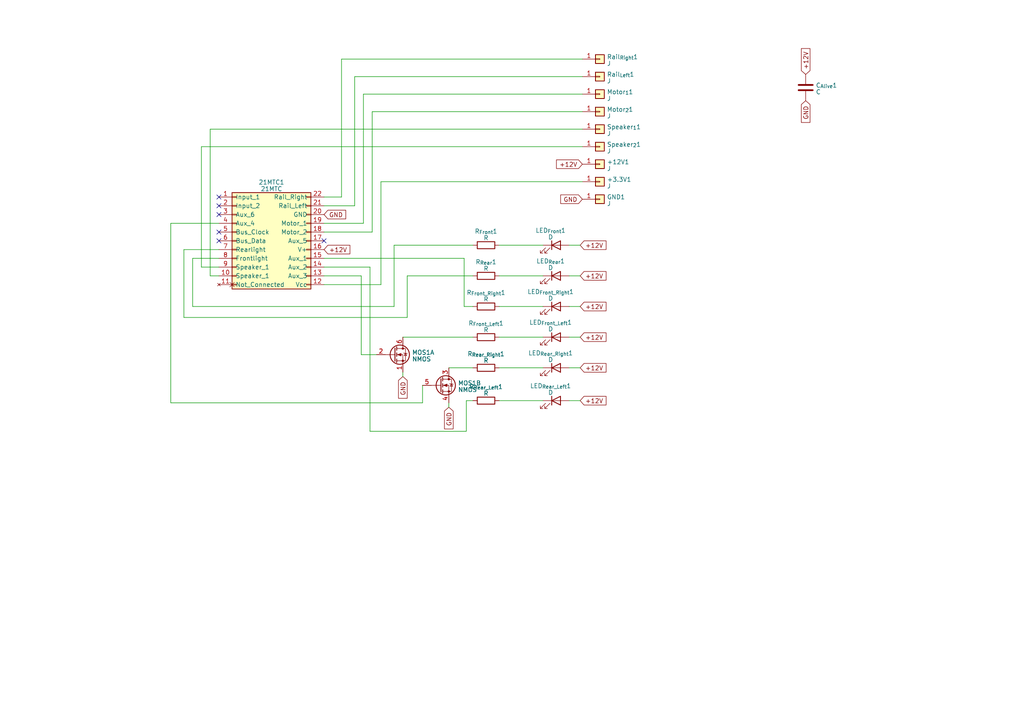
<source format=kicad_sch>
(kicad_sch (version 20230121) (generator eeschema)

  (uuid c9e0287e-0b07-4219-92d3-bfc6081ec238)

  (paper "A4")

  (lib_symbols
    (symbol "Connector_Generic:Conn_01x01" (pin_names (offset 1.016) hide) (in_bom yes) (on_board yes)
      (property "Reference" "J" (at 0 2.54 0)
        (effects (font (size 1.27 1.27)))
      )
      (property "Value" "Conn_01x01" (at 0 -2.54 0)
        (effects (font (size 1.27 1.27)))
      )
      (property "Footprint" "" (at 0 0 0)
        (effects (font (size 1.27 1.27)) hide)
      )
      (property "Datasheet" "~" (at 0 0 0)
        (effects (font (size 1.27 1.27)) hide)
      )
      (property "ki_keywords" "connector" (at 0 0 0)
        (effects (font (size 1.27 1.27)) hide)
      )
      (property "ki_description" "Generic connector, single row, 01x01, script generated (kicad-library-utils/schlib/autogen/connector/)" (at 0 0 0)
        (effects (font (size 1.27 1.27)) hide)
      )
      (property "ki_fp_filters" "Connector*:*_1x??_*" (at 0 0 0)
        (effects (font (size 1.27 1.27)) hide)
      )
      (symbol "Conn_01x01_1_1"
        (rectangle (start -1.27 0.127) (end 0 -0.127)
          (stroke (width 0.1524) (type default))
          (fill (type none))
        )
        (rectangle (start -1.27 1.27) (end 1.27 -1.27)
          (stroke (width 0.254) (type default))
          (fill (type background))
        )
        (pin passive line (at -5.08 0 0) (length 3.81)
          (name "Pin_1" (effects (font (size 1.27 1.27))))
          (number "1" (effects (font (size 1.27 1.27))))
        )
      )
    )
    (symbol "DCC:21MTC" (pin_names (offset 1.016)) (in_bom yes) (on_board yes)
      (property "Reference" "J1" (at 1.27 16.9799 0)
        (effects (font (size 1.27 1.27)))
      )
      (property "Value" "21MTC" (at 1.27 15.0589 0)
        (effects (font (size 1.27 1.27)))
      )
      (property "Footprint" "" (at -10.16 0 0)
        (effects (font (size 1.27 1.27)) hide)
      )
      (property "Datasheet" "~" (at -10.16 0 0)
        (effects (font (size 1.27 1.27)) hide)
      )
      (property "ki_keywords" "connector" (at 0 0 0)
        (effects (font (size 1.27 1.27)) hide)
      )
      (property "ki_description" "Generic connector, double row, 02x11, counter clockwise pin numbering scheme (similar to DIP package numbering), script generated (kicad-library-utils/schlib/autogen/connector/)" (at 0 0 0)
        (effects (font (size 1.27 1.27)) hide)
      )
      (property "ki_fp_filters" "Connector*:*_2x??_*" (at 0 0 0)
        (effects (font (size 1.27 1.27)) hide)
      )
      (symbol "21MTC_1_1"
        (rectangle (start -11.43 -12.573) (end -10.16 -12.827)
          (stroke (width 0.1524) (type default))
          (fill (type none))
        )
        (rectangle (start -11.43 -10.033) (end -10.16 -10.287)
          (stroke (width 0.1524) (type default))
          (fill (type none))
        )
        (rectangle (start -11.43 -7.493) (end -10.16 -7.747)
          (stroke (width 0.1524) (type default))
          (fill (type none))
        )
        (rectangle (start -11.43 -4.953) (end -10.16 -5.207)
          (stroke (width 0.1524) (type default))
          (fill (type none))
        )
        (rectangle (start -11.43 -2.413) (end -10.16 -2.667)
          (stroke (width 0.1524) (type default))
          (fill (type none))
        )
        (rectangle (start -11.43 0.127) (end -10.16 -0.127)
          (stroke (width 0.1524) (type default))
          (fill (type none))
        )
        (rectangle (start -11.43 2.667) (end -10.16 2.413)
          (stroke (width 0.1524) (type default))
          (fill (type none))
        )
        (rectangle (start -11.43 5.207) (end -10.16 4.953)
          (stroke (width 0.1524) (type default))
          (fill (type none))
        )
        (rectangle (start -11.43 7.747) (end -10.16 7.493)
          (stroke (width 0.1524) (type default))
          (fill (type none))
        )
        (rectangle (start -11.43 10.287) (end -10.16 10.033)
          (stroke (width 0.1524) (type default))
          (fill (type none))
        )
        (rectangle (start -11.43 12.827) (end -10.16 12.573)
          (stroke (width 0.1524) (type default))
          (fill (type none))
        )
        (rectangle (start -11.43 13.97) (end 11.43 -13.97)
          (stroke (width 0.254) (type default))
          (fill (type background))
        )
        (rectangle (start 10.16 -2.413) (end 11.43 -2.667)
          (stroke (width 0.1524) (type default))
          (fill (type none))
        )
        (rectangle (start 11.43 -12.573) (end 10.16 -12.827)
          (stroke (width 0.1524) (type default))
          (fill (type none))
        )
        (rectangle (start 11.43 -10.033) (end 10.16 -10.287)
          (stroke (width 0.1524) (type default))
          (fill (type none))
        )
        (rectangle (start 11.43 -7.493) (end 10.16 -7.747)
          (stroke (width 0.1524) (type default))
          (fill (type none))
        )
        (rectangle (start 11.43 -4.953) (end 10.16 -5.207)
          (stroke (width 0.1524) (type default))
          (fill (type none))
        )
        (rectangle (start 11.43 0.127) (end 10.16 -0.127)
          (stroke (width 0.1524) (type default))
          (fill (type none))
        )
        (rectangle (start 11.43 2.667) (end 10.16 2.413)
          (stroke (width 0.1524) (type default))
          (fill (type none))
        )
        (rectangle (start 11.43 5.207) (end 10.16 4.953)
          (stroke (width 0.1524) (type default))
          (fill (type none))
        )
        (rectangle (start 11.43 7.747) (end 10.16 7.493)
          (stroke (width 0.1524) (type default))
          (fill (type none))
        )
        (rectangle (start 11.43 10.287) (end 10.16 10.033)
          (stroke (width 0.1524) (type default))
          (fill (type none))
        )
        (rectangle (start 11.43 12.827) (end 10.16 12.573)
          (stroke (width 0.1524) (type default))
          (fill (type none))
        )
        (pin passive line (at -15.24 12.7 0) (length 3.81)
          (name "Input_1" (effects (font (size 1.27 1.27))))
          (number "1" (effects (font (size 1.27 1.27))))
        )
        (pin passive line (at -15.24 -10.16 0) (length 3.81)
          (name "Speaker_1" (effects (font (size 1.27 1.27))))
          (number "10" (effects (font (size 1.27 1.27))))
        )
        (pin no_connect non_logic (at -15.24 -12.7 0) (length 3.81)
          (name "Not_Connected" (effects (font (size 1.27 1.27))))
          (number "11" (effects (font (size 1.27 1.27))))
        )
        (pin passive line (at 15.24 -12.7 180) (length 3.81)
          (name "Vcc" (effects (font (size 1.27 1.27))))
          (number "12" (effects (font (size 1.27 1.27))))
        )
        (pin passive line (at 15.24 -10.16 180) (length 3.81)
          (name "Aux_3" (effects (font (size 1.27 1.27))))
          (number "13" (effects (font (size 1.27 1.27))))
        )
        (pin passive line (at 15.24 -7.62 180) (length 3.81)
          (name "Aux_2" (effects (font (size 1.27 1.27))))
          (number "14" (effects (font (size 1.27 1.27))))
        )
        (pin passive line (at 15.24 -5.08 180) (length 3.81)
          (name "Aux_1" (effects (font (size 1.27 1.27))))
          (number "15" (effects (font (size 1.27 1.27))))
        )
        (pin passive line (at 15.24 -2.54 180) (length 3.81)
          (name "V+" (effects (font (size 1.27 1.27))))
          (number "16" (effects (font (size 1.27 1.27))))
        )
        (pin passive line (at 15.24 0 180) (length 3.81)
          (name "Aux_5" (effects (font (size 1.27 1.27))))
          (number "17" (effects (font (size 1.27 1.27))))
        )
        (pin passive line (at 15.24 2.54 180) (length 3.81)
          (name "Motor_2" (effects (font (size 1.27 1.27))))
          (number "18" (effects (font (size 1.27 1.27))))
        )
        (pin passive line (at 15.24 5.08 180) (length 3.81)
          (name "Motor_1" (effects (font (size 1.27 1.27))))
          (number "19" (effects (font (size 1.27 1.27))))
        )
        (pin passive line (at -15.24 10.16 0) (length 3.81)
          (name "Input_2" (effects (font (size 1.27 1.27))))
          (number "2" (effects (font (size 1.27 1.27))))
        )
        (pin passive line (at 15.24 7.62 180) (length 3.81)
          (name "GND" (effects (font (size 1.27 1.27))))
          (number "20" (effects (font (size 1.27 1.27))))
        )
        (pin passive line (at 15.24 10.16 180) (length 3.81)
          (name "Rail_Left" (effects (font (size 1.27 1.27))))
          (number "21" (effects (font (size 1.27 1.27))))
        )
        (pin passive line (at 15.24 12.7 180) (length 3.81)
          (name "Rail_Right" (effects (font (size 1.27 1.27))))
          (number "22" (effects (font (size 1.27 1.27))))
        )
        (pin passive line (at -15.24 7.62 0) (length 3.81)
          (name "Aux_6" (effects (font (size 1.27 1.27))))
          (number "3" (effects (font (size 1.27 1.27))))
        )
        (pin passive line (at -15.24 5.08 0) (length 3.81)
          (name "Aux_4" (effects (font (size 1.27 1.27))))
          (number "4" (effects (font (size 1.27 1.27))))
        )
        (pin passive line (at -15.24 2.54 0) (length 3.81)
          (name "Bus_Clock" (effects (font (size 1.27 1.27))))
          (number "5" (effects (font (size 1.27 1.27))))
        )
        (pin passive line (at -15.24 0 0) (length 3.81)
          (name "Bus_Data" (effects (font (size 1.27 1.27))))
          (number "6" (effects (font (size 1.27 1.27))))
        )
        (pin passive line (at -15.24 -2.54 0) (length 3.81)
          (name "Rearlight" (effects (font (size 1.27 1.27))))
          (number "7" (effects (font (size 1.27 1.27))))
        )
        (pin passive line (at -15.24 -5.08 0) (length 3.81)
          (name "Frontlight" (effects (font (size 1.27 1.27))))
          (number "8" (effects (font (size 1.27 1.27))))
        )
        (pin passive line (at -15.24 -7.62 0) (length 3.81)
          (name "Speaker_1" (effects (font (size 1.27 1.27))))
          (number "9" (effects (font (size 1.27 1.27))))
        )
      )
    )
    (symbol "Device:C" (pin_numbers hide) (pin_names (offset 0.254)) (in_bom yes) (on_board yes)
      (property "Reference" "C" (at 0.635 2.54 0)
        (effects (font (size 1.27 1.27)) (justify left))
      )
      (property "Value" "C" (at 0.635 -2.54 0)
        (effects (font (size 1.27 1.27)) (justify left))
      )
      (property "Footprint" "" (at 0.9652 -3.81 0)
        (effects (font (size 1.27 1.27)) hide)
      )
      (property "Datasheet" "~" (at 0 0 0)
        (effects (font (size 1.27 1.27)) hide)
      )
      (property "ki_keywords" "cap capacitor" (at 0 0 0)
        (effects (font (size 1.27 1.27)) hide)
      )
      (property "ki_description" "Unpolarized capacitor" (at 0 0 0)
        (effects (font (size 1.27 1.27)) hide)
      )
      (property "ki_fp_filters" "C_*" (at 0 0 0)
        (effects (font (size 1.27 1.27)) hide)
      )
      (symbol "C_0_1"
        (polyline
          (pts
            (xy -2.032 -0.762)
            (xy 2.032 -0.762)
          )
          (stroke (width 0.508) (type default))
          (fill (type none))
        )
        (polyline
          (pts
            (xy -2.032 0.762)
            (xy 2.032 0.762)
          )
          (stroke (width 0.508) (type default))
          (fill (type none))
        )
      )
      (symbol "C_1_1"
        (pin passive line (at 0 3.81 270) (length 2.794)
          (name "~" (effects (font (size 1.27 1.27))))
          (number "1" (effects (font (size 1.27 1.27))))
        )
        (pin passive line (at 0 -3.81 90) (length 2.794)
          (name "~" (effects (font (size 1.27 1.27))))
          (number "2" (effects (font (size 1.27 1.27))))
        )
      )
    )
    (symbol "Device:LED" (pin_numbers hide) (pin_names (offset 1.016) hide) (in_bom yes) (on_board yes)
      (property "Reference" "D" (at 0 2.54 0)
        (effects (font (size 1.27 1.27)))
      )
      (property "Value" "LED" (at 0 -2.54 0)
        (effects (font (size 1.27 1.27)))
      )
      (property "Footprint" "" (at 0 0 0)
        (effects (font (size 1.27 1.27)) hide)
      )
      (property "Datasheet" "~" (at 0 0 0)
        (effects (font (size 1.27 1.27)) hide)
      )
      (property "ki_keywords" "LED diode" (at 0 0 0)
        (effects (font (size 1.27 1.27)) hide)
      )
      (property "ki_description" "Light emitting diode" (at 0 0 0)
        (effects (font (size 1.27 1.27)) hide)
      )
      (property "ki_fp_filters" "LED* LED_SMD:* LED_THT:*" (at 0 0 0)
        (effects (font (size 1.27 1.27)) hide)
      )
      (symbol "LED_0_1"
        (polyline
          (pts
            (xy -1.27 -1.27)
            (xy -1.27 1.27)
          )
          (stroke (width 0.254) (type default))
          (fill (type none))
        )
        (polyline
          (pts
            (xy -1.27 0)
            (xy 1.27 0)
          )
          (stroke (width 0) (type default))
          (fill (type none))
        )
        (polyline
          (pts
            (xy 1.27 -1.27)
            (xy 1.27 1.27)
            (xy -1.27 0)
            (xy 1.27 -1.27)
          )
          (stroke (width 0.254) (type default))
          (fill (type none))
        )
        (polyline
          (pts
            (xy -3.048 -0.762)
            (xy -4.572 -2.286)
            (xy -3.81 -2.286)
            (xy -4.572 -2.286)
            (xy -4.572 -1.524)
          )
          (stroke (width 0) (type default))
          (fill (type none))
        )
        (polyline
          (pts
            (xy -1.778 -0.762)
            (xy -3.302 -2.286)
            (xy -2.54 -2.286)
            (xy -3.302 -2.286)
            (xy -3.302 -1.524)
          )
          (stroke (width 0) (type default))
          (fill (type none))
        )
      )
      (symbol "LED_1_1"
        (pin passive line (at -3.81 0 0) (length 2.54)
          (name "K" (effects (font (size 1.27 1.27))))
          (number "1" (effects (font (size 1.27 1.27))))
        )
        (pin passive line (at 3.81 0 180) (length 2.54)
          (name "A" (effects (font (size 1.27 1.27))))
          (number "2" (effects (font (size 1.27 1.27))))
        )
      )
    )
    (symbol "Device:Q_Dual_NMOS_S1G1D2S2G2D1" (pin_names (offset 0) hide) (in_bom yes) (on_board yes)
      (property "Reference" "Q" (at 6.35 1.27 0)
        (effects (font (size 1.27 1.27)))
      )
      (property "Value" "Q_Dual_NMOS_S1G1D2S2G2D1" (at 19.05 -1.27 0)
        (effects (font (size 1.27 1.27)))
      )
      (property "Footprint" "" (at 5.08 0 0)
        (effects (font (size 1.27 1.27)) hide)
      )
      (property "Datasheet" "~" (at 5.08 0 0)
        (effects (font (size 1.27 1.27)) hide)
      )
      (property "ki_keywords" "transistor NMOS N-MOS N-MOSFET" (at 0 0 0)
        (effects (font (size 1.27 1.27)) hide)
      )
      (property "ki_description" "Dual NMOS transistor, 6 pin package" (at 0 0 0)
        (effects (font (size 1.27 1.27)) hide)
      )
      (property "ki_fp_filters" "TSOP* SC?70* SC?88* SOT?363*" (at 0 0 0)
        (effects (font (size 1.27 1.27)) hide)
      )
      (symbol "Q_Dual_NMOS_S1G1D2S2G2D1_0_1"
        (polyline
          (pts
            (xy 0.254 0)
            (xy -2.54 0)
          )
          (stroke (width 0) (type default))
          (fill (type none))
        )
        (polyline
          (pts
            (xy 0.254 1.905)
            (xy 0.254 -1.905)
          )
          (stroke (width 0.254) (type default))
          (fill (type none))
        )
        (polyline
          (pts
            (xy 0.762 -1.27)
            (xy 0.762 -2.286)
          )
          (stroke (width 0.254) (type default))
          (fill (type none))
        )
        (polyline
          (pts
            (xy 0.762 0.508)
            (xy 0.762 -0.508)
          )
          (stroke (width 0.254) (type default))
          (fill (type none))
        )
        (polyline
          (pts
            (xy 0.762 2.286)
            (xy 0.762 1.27)
          )
          (stroke (width 0.254) (type default))
          (fill (type none))
        )
        (polyline
          (pts
            (xy 2.54 2.54)
            (xy 2.54 1.778)
          )
          (stroke (width 0) (type default))
          (fill (type none))
        )
        (polyline
          (pts
            (xy 2.54 -2.54)
            (xy 2.54 0)
            (xy 0.762 0)
          )
          (stroke (width 0) (type default))
          (fill (type none))
        )
        (polyline
          (pts
            (xy 0.762 -1.778)
            (xy 3.302 -1.778)
            (xy 3.302 1.778)
            (xy 0.762 1.778)
          )
          (stroke (width 0) (type default))
          (fill (type none))
        )
        (polyline
          (pts
            (xy 1.016 0)
            (xy 2.032 0.381)
            (xy 2.032 -0.381)
            (xy 1.016 0)
          )
          (stroke (width 0) (type default))
          (fill (type outline))
        )
        (polyline
          (pts
            (xy 2.794 0.508)
            (xy 2.921 0.381)
            (xy 3.683 0.381)
            (xy 3.81 0.254)
          )
          (stroke (width 0) (type default))
          (fill (type none))
        )
        (polyline
          (pts
            (xy 3.302 0.381)
            (xy 2.921 -0.254)
            (xy 3.683 -0.254)
            (xy 3.302 0.381)
          )
          (stroke (width 0) (type default))
          (fill (type none))
        )
        (circle (center 1.651 0) (radius 2.794)
          (stroke (width 0.254) (type default))
          (fill (type none))
        )
        (circle (center 2.54 -1.778) (radius 0.254)
          (stroke (width 0) (type default))
          (fill (type outline))
        )
        (circle (center 2.54 1.778) (radius 0.254)
          (stroke (width 0) (type default))
          (fill (type outline))
        )
      )
      (symbol "Q_Dual_NMOS_S1G1D2S2G2D1_1_1"
        (pin passive line (at 2.54 -5.08 90) (length 2.54)
          (name "S" (effects (font (size 1.27 1.27))))
          (number "1" (effects (font (size 1.27 1.27))))
        )
        (pin input line (at -5.08 0 0) (length 2.54)
          (name "G" (effects (font (size 1.27 1.27))))
          (number "2" (effects (font (size 1.27 1.27))))
        )
        (pin passive line (at 2.54 5.08 270) (length 2.54)
          (name "D" (effects (font (size 1.27 1.27))))
          (number "6" (effects (font (size 1.27 1.27))))
        )
      )
      (symbol "Q_Dual_NMOS_S1G1D2S2G2D1_2_1"
        (pin passive line (at 2.54 5.08 270) (length 2.54)
          (name "D" (effects (font (size 1.27 1.27))))
          (number "3" (effects (font (size 1.27 1.27))))
        )
        (pin passive line (at 2.54 -5.08 90) (length 2.54)
          (name "S" (effects (font (size 1.27 1.27))))
          (number "4" (effects (font (size 1.27 1.27))))
        )
        (pin input line (at -5.08 0 0) (length 2.54)
          (name "G" (effects (font (size 1.27 1.27))))
          (number "5" (effects (font (size 1.27 1.27))))
        )
      )
    )
    (symbol "Device:R" (pin_numbers hide) (pin_names (offset 0)) (in_bom yes) (on_board yes)
      (property "Reference" "R" (at 2.032 0 90)
        (effects (font (size 1.27 1.27)))
      )
      (property "Value" "R" (at 0 0 90)
        (effects (font (size 1.27 1.27)))
      )
      (property "Footprint" "" (at -1.778 0 90)
        (effects (font (size 1.27 1.27)) hide)
      )
      (property "Datasheet" "~" (at 0 0 0)
        (effects (font (size 1.27 1.27)) hide)
      )
      (property "ki_keywords" "R res resistor" (at 0 0 0)
        (effects (font (size 1.27 1.27)) hide)
      )
      (property "ki_description" "Resistor" (at 0 0 0)
        (effects (font (size 1.27 1.27)) hide)
      )
      (property "ki_fp_filters" "R_*" (at 0 0 0)
        (effects (font (size 1.27 1.27)) hide)
      )
      (symbol "R_0_1"
        (rectangle (start -1.016 -2.54) (end 1.016 2.54)
          (stroke (width 0.254) (type default))
          (fill (type none))
        )
      )
      (symbol "R_1_1"
        (pin passive line (at 0 3.81 270) (length 1.27)
          (name "~" (effects (font (size 1.27 1.27))))
          (number "1" (effects (font (size 1.27 1.27))))
        )
        (pin passive line (at 0 -3.81 90) (length 1.27)
          (name "~" (effects (font (size 1.27 1.27))))
          (number "2" (effects (font (size 1.27 1.27))))
        )
      )
    )
  )


  (no_connect (at 93.98 69.85) (uuid 08b2285e-21b7-4584-8c0b-f87ba8ceb1a8))
  (no_connect (at 63.5 57.15) (uuid 46375ae4-855a-4fc8-b6fa-d360cc70eaef))
  (no_connect (at 63.5 62.23) (uuid 9f6057a7-c5c3-4697-9673-1bc01931d77e))
  (no_connect (at 63.5 67.31) (uuid d7f41b2f-b082-495e-9928-d5a2ca3b2da5))
  (no_connect (at 63.5 59.69) (uuid df0ab46f-3ae2-4923-9d1a-190fa4c163d1))
  (no_connect (at 63.5 69.85) (uuid fc701060-bd53-4d4a-9a1e-cb60c340c2f6))

  (wire (pts (xy 144.78 71.12) (xy 157.48 71.12))
    (stroke (width 0) (type default))
    (uuid 08d3020a-59ce-413c-9d25-22e63c638265)
  )
  (wire (pts (xy 168.275 88.9) (xy 165.1 88.9))
    (stroke (width 0) (type default))
    (uuid 0e346dca-c34d-4db1-815b-a33302b40746)
  )
  (wire (pts (xy 58.42 42.545) (xy 58.42 77.47))
    (stroke (width 0) (type default))
    (uuid 0fbe9134-b692-4f67-9d13-d6dc74d33e14)
  )
  (wire (pts (xy 168.275 116.205) (xy 165.1 116.205))
    (stroke (width 0) (type default))
    (uuid 1223c5c5-99ab-414d-9fc1-bc38fe440c05)
  )
  (wire (pts (xy 144.78 116.205) (xy 157.48 116.205))
    (stroke (width 0) (type default))
    (uuid 13c67227-aeab-4fb9-ab9c-ad1ad9ac3bd2)
  )
  (wire (pts (xy 107.315 77.47) (xy 107.315 125.095))
    (stroke (width 0) (type default))
    (uuid 1415b990-67d6-4ab5-a6f5-a4ab49d7138f)
  )
  (wire (pts (xy 168.91 37.465) (xy 60.96 37.465))
    (stroke (width 0) (type default))
    (uuid 15b27a8e-b91f-4936-b0d7-47f45c6c8c9a)
  )
  (wire (pts (xy 102.87 59.69) (xy 102.87 22.225))
    (stroke (width 0) (type default))
    (uuid 18e65dec-929d-4bcc-9d82-34a760cbc9fc)
  )
  (wire (pts (xy 104.775 102.87) (xy 104.775 80.01))
    (stroke (width 0) (type default))
    (uuid 19e12bf9-9141-43fc-9b5d-0f68bedb458f)
  )
  (wire (pts (xy 144.78 80.01) (xy 157.48 80.01))
    (stroke (width 0) (type default))
    (uuid 1ba90df2-8210-4863-9b4c-bda282f7598a)
  )
  (wire (pts (xy 93.98 67.31) (xy 107.95 67.31))
    (stroke (width 0) (type default))
    (uuid 246fce5e-de6e-4a15-9408-be7f8ed68e7d)
  )
  (wire (pts (xy 107.315 125.095) (xy 135.255 125.095))
    (stroke (width 0) (type default))
    (uuid 2b8a79a6-8ad3-4d41-9abc-d228bbb0989a)
  )
  (wire (pts (xy 99.06 17.145) (xy 99.06 57.15))
    (stroke (width 0) (type default))
    (uuid 3622f0e7-ca8f-435f-801e-cda23d1817a7)
  )
  (wire (pts (xy 107.95 67.31) (xy 107.95 32.385))
    (stroke (width 0) (type default))
    (uuid 3894ffcb-be55-423d-9fc0-8af1bb449a52)
  )
  (wire (pts (xy 49.53 64.77) (xy 63.5 64.77))
    (stroke (width 0) (type default))
    (uuid 409e27f2-2a06-4f77-aec0-45b9771fe78b)
  )
  (wire (pts (xy 135.255 116.205) (xy 137.16 116.205))
    (stroke (width 0) (type default))
    (uuid 40eb44fc-8e72-471b-9e46-dc95540b0889)
  )
  (wire (pts (xy 118.11 92.075) (xy 53.34 92.075))
    (stroke (width 0) (type default))
    (uuid 42185d13-6da8-458f-92f3-b05d4be4e592)
  )
  (wire (pts (xy 105.41 64.77) (xy 93.98 64.77))
    (stroke (width 0) (type default))
    (uuid 423abfca-8e86-4a76-a25d-4fb5eefc49d7)
  )
  (wire (pts (xy 58.42 77.47) (xy 63.5 77.47))
    (stroke (width 0) (type default))
    (uuid 42813856-908c-47de-a6f2-6bde73afbd21)
  )
  (wire (pts (xy 157.48 88.9) (xy 144.78 88.9))
    (stroke (width 0) (type default))
    (uuid 45a4384f-bec5-4fc3-bfc9-20cad31bc5ae)
  )
  (wire (pts (xy 104.775 80.01) (xy 93.98 80.01))
    (stroke (width 0) (type default))
    (uuid 4cebfd5a-af5a-498a-87f1-7a1581ab7e1e)
  )
  (wire (pts (xy 53.34 72.39) (xy 63.5 72.39))
    (stroke (width 0) (type default))
    (uuid 4e5cb0f7-e988-48d6-91d3-2bd1f3605f34)
  )
  (wire (pts (xy 99.06 57.15) (xy 93.98 57.15))
    (stroke (width 0) (type default))
    (uuid 4f7b50d7-a1f3-4f47-ba57-c84ca78ca7c5)
  )
  (wire (pts (xy 116.84 107.95) (xy 116.84 109.22))
    (stroke (width 0) (type default))
    (uuid 5014ce30-3e4a-40e3-b471-bd6c5749e7ab)
  )
  (wire (pts (xy 105.41 27.305) (xy 105.41 64.77))
    (stroke (width 0) (type default))
    (uuid 5487cad3-f39c-48a7-89c4-25ad79bccd17)
  )
  (wire (pts (xy 137.16 71.12) (xy 114.3 71.12))
    (stroke (width 0) (type default))
    (uuid 57e3fd24-a948-4a13-b2cd-5ec7b4556361)
  )
  (wire (pts (xy 93.98 77.47) (xy 107.315 77.47))
    (stroke (width 0) (type default))
    (uuid 583fe160-b171-46a4-85fa-5ec1d32d5ed7)
  )
  (wire (pts (xy 168.91 17.145) (xy 99.06 17.145))
    (stroke (width 0) (type default))
    (uuid 5b251c21-ca47-40e4-9c76-a0c18d9706e2)
  )
  (wire (pts (xy 168.91 42.545) (xy 58.42 42.545))
    (stroke (width 0) (type default))
    (uuid 614d1c5b-7ab8-466f-941d-e5f33e948049)
  )
  (wire (pts (xy 122.555 116.84) (xy 49.53 116.84))
    (stroke (width 0) (type default))
    (uuid 68134609-208d-40a8-b202-e7a3d1b515a5)
  )
  (wire (pts (xy 60.96 37.465) (xy 60.96 80.01))
    (stroke (width 0) (type default))
    (uuid 6878f5cf-4115-4b28-8f2f-c9480fedf5ce)
  )
  (wire (pts (xy 168.275 80.01) (xy 165.1 80.01))
    (stroke (width 0) (type default))
    (uuid 6b6d8d4e-015e-4594-806c-d8b5f75138a9)
  )
  (wire (pts (xy 157.48 106.68) (xy 144.78 106.68))
    (stroke (width 0) (type default))
    (uuid 6fbe93f3-bc2f-4113-8f71-9994b014e895)
  )
  (wire (pts (xy 168.91 27.305) (xy 105.41 27.305))
    (stroke (width 0) (type default))
    (uuid 726ff0fb-5b00-406d-8cd6-c7c6d0104b4e)
  )
  (wire (pts (xy 168.275 71.12) (xy 165.1 71.12))
    (stroke (width 0) (type default))
    (uuid 7651c5a8-468c-4a51-b237-21b0c6c6cae5)
  )
  (wire (pts (xy 135.255 125.095) (xy 135.255 116.205))
    (stroke (width 0) (type default))
    (uuid 7fce021b-85d9-465c-9e82-efe5280abd0f)
  )
  (wire (pts (xy 110.49 52.705) (xy 168.91 52.705))
    (stroke (width 0) (type default))
    (uuid 82f33512-34ac-4f23-8ed8-64c0fcc7b851)
  )
  (wire (pts (xy 168.275 97.79) (xy 165.1 97.79))
    (stroke (width 0) (type default))
    (uuid 8308d0e0-3368-4706-a929-1723d6999faa)
  )
  (wire (pts (xy 110.49 82.55) (xy 110.49 52.705))
    (stroke (width 0) (type default))
    (uuid 8667e241-8b7d-4e32-9b69-b1c8030ab4a2)
  )
  (wire (pts (xy 60.96 80.01) (xy 63.5 80.01))
    (stroke (width 0) (type default))
    (uuid 86f54de5-c21f-475a-894f-e3f348d083d2)
  )
  (wire (pts (xy 49.53 116.84) (xy 49.53 64.77))
    (stroke (width 0) (type default))
    (uuid 90180796-32d9-4b9c-aa6f-36c722f1cd3d)
  )
  (wire (pts (xy 134.62 88.9) (xy 137.16 88.9))
    (stroke (width 0) (type default))
    (uuid 977fb4a2-e236-41ba-afed-ceabdfe3c2d0)
  )
  (wire (pts (xy 114.3 71.12) (xy 114.3 88.9))
    (stroke (width 0) (type default))
    (uuid 9a9b4861-6b05-42f7-8f31-9c739230d1b5)
  )
  (wire (pts (xy 130.175 106.68) (xy 137.16 106.68))
    (stroke (width 0) (type default))
    (uuid ad231419-4255-43be-8f22-fb26e1ac4b33)
  )
  (wire (pts (xy 130.175 116.84) (xy 130.175 118.11))
    (stroke (width 0) (type default))
    (uuid ae8fba7a-28c9-4bad-8c48-f6cd93c44d89)
  )
  (wire (pts (xy 116.84 97.79) (xy 137.16 97.79))
    (stroke (width 0) (type default))
    (uuid b3427574-2600-46e6-8216-21103469da9d)
  )
  (wire (pts (xy 144.78 97.79) (xy 157.48 97.79))
    (stroke (width 0) (type default))
    (uuid bd5ea1d6-dd98-4dd5-ac62-8a8154e2e6eb)
  )
  (wire (pts (xy 134.62 74.93) (xy 134.62 88.9))
    (stroke (width 0) (type default))
    (uuid c1a547e1-7c6c-455d-af2b-af9687165e07)
  )
  (wire (pts (xy 102.87 22.225) (xy 168.91 22.225))
    (stroke (width 0) (type default))
    (uuid c724353d-4cbe-4b9a-b39e-baddc9cfc120)
  )
  (wire (pts (xy 93.98 59.69) (xy 102.87 59.69))
    (stroke (width 0) (type default))
    (uuid ce37a59a-3d74-4766-8489-4b22e1537a11)
  )
  (wire (pts (xy 104.775 102.87) (xy 109.22 102.87))
    (stroke (width 0) (type default))
    (uuid cf28b04f-2910-4cc5-87ca-a30f076f4b9f)
  )
  (wire (pts (xy 55.88 88.9) (xy 55.88 74.93))
    (stroke (width 0) (type default))
    (uuid d3455f7c-370a-4979-9656-daf3cf731aa2)
  )
  (wire (pts (xy 137.16 80.01) (xy 118.11 80.01))
    (stroke (width 0) (type default))
    (uuid d744bc2f-1d72-4e48-8d86-5fd369303167)
  )
  (wire (pts (xy 55.88 74.93) (xy 63.5 74.93))
    (stroke (width 0) (type default))
    (uuid d9f1e2d1-446b-4902-819f-dda02ad8dc41)
  )
  (wire (pts (xy 114.3 88.9) (xy 55.88 88.9))
    (stroke (width 0) (type default))
    (uuid e029eef8-dc38-45d8-863b-39da8974f041)
  )
  (wire (pts (xy 93.98 74.93) (xy 134.62 74.93))
    (stroke (width 0) (type default))
    (uuid e49ad16b-73ec-4e85-ad6e-a4986da26f3f)
  )
  (wire (pts (xy 168.275 106.68) (xy 165.1 106.68))
    (stroke (width 0) (type default))
    (uuid e5175bd2-97a4-4eb1-9a8f-861868e1824f)
  )
  (wire (pts (xy 122.555 111.76) (xy 122.555 116.84))
    (stroke (width 0) (type default))
    (uuid e94360da-b053-4b83-a92e-5acbc66ae1ef)
  )
  (wire (pts (xy 118.11 80.01) (xy 118.11 92.075))
    (stroke (width 0) (type default))
    (uuid e9ab75ff-d23d-4586-b50e-4a74a5f156bc)
  )
  (wire (pts (xy 53.34 92.075) (xy 53.34 72.39))
    (stroke (width 0) (type default))
    (uuid eb161927-92dd-4baa-bdf2-e03f1f7192f7)
  )
  (wire (pts (xy 107.95 32.385) (xy 168.91 32.385))
    (stroke (width 0) (type default))
    (uuid f5362ec9-d27d-4593-975b-d8ea55a1598b)
  )
  (wire (pts (xy 93.98 82.55) (xy 110.49 82.55))
    (stroke (width 0) (type default))
    (uuid f96df858-a79d-40f5-9be4-1ad66d170a3f)
  )

  (global_label "+12V" (shape input) (at 168.275 97.79 0) (fields_autoplaced)
    (effects (font (size 1.27 1.27)) (justify left))
    (uuid 2c659c13-a450-4e63-ae16-f946bb305f7f)
    (property "Intersheetrefs" "${INTERSHEET_REFS}" (at 176.2608 97.79 0)
      (effects (font (size 1.27 1.27)) (justify left) hide)
    )
  )
  (global_label "+12V" (shape input) (at 168.275 80.01 0) (fields_autoplaced)
    (effects (font (size 1.27 1.27)) (justify left))
    (uuid 57df2e40-6c47-4f86-b5a8-d376440c4378)
    (property "Intersheetrefs" "${INTERSHEET_REFS}" (at 176.2608 80.01 0)
      (effects (font (size 1.27 1.27)) (justify left) hide)
    )
  )
  (global_label "+12V" (shape input) (at 168.275 71.12 0) (fields_autoplaced)
    (effects (font (size 1.27 1.27)) (justify left))
    (uuid 6075d8e0-85c7-435a-b3c7-c4209c48d7a3)
    (property "Intersheetrefs" "${INTERSHEET_REFS}" (at 176.2608 71.12 0)
      (effects (font (size 1.27 1.27)) (justify left) hide)
    )
  )
  (global_label "+12V" (shape input) (at 168.275 116.205 0) (fields_autoplaced)
    (effects (font (size 1.27 1.27)) (justify left))
    (uuid 82a14447-28a8-4aa8-990d-6760e5053004)
    (property "Intersheetrefs" "${INTERSHEET_REFS}" (at 176.2608 116.205 0)
      (effects (font (size 1.27 1.27)) (justify left) hide)
    )
  )
  (global_label "GND" (shape input) (at 233.68 29.21 270) (fields_autoplaced)
    (effects (font (size 1.27 1.27)) (justify right))
    (uuid 87add2ba-e2d3-490a-8e42-ee530cd26477)
    (property "Intersheetrefs" "${INTERSHEET_REFS}" (at 233.68 35.9863 90)
      (effects (font (size 1.27 1.27)) (justify right) hide)
    )
  )
  (global_label "+12V" (shape input) (at 93.98 72.39 0) (fields_autoplaced)
    (effects (font (size 1.27 1.27)) (justify left))
    (uuid 958376cf-807d-44ca-9b21-e45cbb925621)
    (property "Intersheetrefs" "${INTERSHEET_REFS}" (at 101.9658 72.39 0)
      (effects (font (size 1.27 1.27)) (justify left) hide)
    )
  )
  (global_label "GND" (shape input) (at 116.84 109.22 270) (fields_autoplaced)
    (effects (font (size 1.27 1.27)) (justify right))
    (uuid b894f311-aeda-4b0f-909a-f623b89b0078)
    (property "Intersheetrefs" "${INTERSHEET_REFS}" (at 116.84 115.9963 90)
      (effects (font (size 1.27 1.27)) (justify right) hide)
    )
  )
  (global_label "+12V" (shape input) (at 168.275 88.9 0) (fields_autoplaced)
    (effects (font (size 1.27 1.27)) (justify left))
    (uuid c8e5a656-e126-4eaa-8954-f67a24828969)
    (property "Intersheetrefs" "${INTERSHEET_REFS}" (at 176.2608 88.9 0)
      (effects (font (size 1.27 1.27)) (justify left) hide)
    )
  )
  (global_label "+12V" (shape input) (at 168.91 47.625 180) (fields_autoplaced)
    (effects (font (size 1.27 1.27)) (justify right))
    (uuid cae9e9dd-82de-40e4-840d-b51d440099f4)
    (property "Intersheetrefs" "${INTERSHEET_REFS}" (at 160.9242 47.625 0)
      (effects (font (size 1.27 1.27)) (justify right) hide)
    )
  )
  (global_label "GND" (shape input) (at 168.91 57.785 180) (fields_autoplaced)
    (effects (font (size 1.27 1.27)) (justify right))
    (uuid d02fcf32-adbe-4895-b971-a7279849c583)
    (property "Intersheetrefs" "${INTERSHEET_REFS}" (at 162.1337 57.785 0)
      (effects (font (size 1.27 1.27)) (justify right) hide)
    )
  )
  (global_label "GND" (shape input) (at 93.98 62.23 0) (fields_autoplaced)
    (effects (font (size 1.27 1.27)) (justify left))
    (uuid d59855c5-287a-48bd-b24a-9008e3546459)
    (property "Intersheetrefs" "${INTERSHEET_REFS}" (at 100.7563 62.23 0)
      (effects (font (size 1.27 1.27)) (justify left) hide)
    )
  )
  (global_label "GND" (shape input) (at 130.175 118.11 270) (fields_autoplaced)
    (effects (font (size 1.27 1.27)) (justify right))
    (uuid def36b78-7968-4604-b740-51bd2379a74b)
    (property "Intersheetrefs" "${INTERSHEET_REFS}" (at 130.175 124.8863 90)
      (effects (font (size 1.27 1.27)) (justify right) hide)
    )
  )
  (global_label "+12V" (shape input) (at 168.275 106.68 0) (fields_autoplaced)
    (effects (font (size 1.27 1.27)) (justify left))
    (uuid fa730a24-bcaa-4013-923b-1cf46569e8e1)
    (property "Intersheetrefs" "${INTERSHEET_REFS}" (at 176.2608 106.68 0)
      (effects (font (size 1.27 1.27)) (justify left) hide)
    )
  )
  (global_label "+12V" (shape input) (at 233.68 21.59 90) (fields_autoplaced)
    (effects (font (size 1.27 1.27)) (justify left))
    (uuid fe1c4d07-7dce-457c-b897-800e7724bfef)
    (property "Intersheetrefs" "${INTERSHEET_REFS}" (at 233.68 13.6042 90)
      (effects (font (size 1.27 1.27)) (justify left) hide)
    )
  )

  (symbol (lib_id "Device:LED") (at 161.29 80.01 0) (unit 1)
    (in_bom yes) (on_board yes) (dnp no) (fields_autoplaced)
    (uuid 00b20c95-9219-4d76-87f1-6bf60df9431a)
    (property "Reference" "LED_{Rear}1" (at 159.7025 75.7301 0)
      (effects (font (size 1.27 1.27)))
    )
    (property "Value" "D" (at 159.7025 77.6511 0)
      (effects (font (size 1.27 1.27)))
    )
    (property "Footprint" "LED_Paradise:LED_Side_Emitting_335" (at 161.29 80.01 0)
      (effects (font (size 1.27 1.27)) hide)
    )
    (property "Datasheet" "~" (at 161.29 80.01 0)
      (effects (font (size 1.27 1.27)) hide)
    )
    (pin "1" (uuid 4799cda9-b5bd-4a58-ab07-de021f2520ac))
    (pin "2" (uuid a82b7970-25f2-41bc-ac3b-65a42f26bc5a))
    (instances
      (project "dcc-adapter-board-kato-1.310-21mtc"
        (path "/c9e0287e-0b07-4219-92d3-bfc6081ec238"
          (reference "LED_{Rear}1") (unit 1)
        )
      )
    )
  )

  (symbol (lib_id "Device:LED") (at 161.29 71.12 0) (unit 1)
    (in_bom yes) (on_board yes) (dnp no) (fields_autoplaced)
    (uuid 00b54ee3-2c72-4c08-b25a-498ae555ef4c)
    (property "Reference" "LED_{Front}1" (at 159.7025 66.8401 0)
      (effects (font (size 1.27 1.27)))
    )
    (property "Value" "D" (at 159.7025 68.7611 0)
      (effects (font (size 1.27 1.27)))
    )
    (property "Footprint" "LED_Paradise:LED_Side_Emitting_335" (at 161.29 71.12 0)
      (effects (font (size 1.27 1.27)) hide)
    )
    (property "Datasheet" "~" (at 161.29 71.12 0)
      (effects (font (size 1.27 1.27)) hide)
    )
    (pin "1" (uuid c34232e6-48b6-42b4-9484-748f08039ca9))
    (pin "2" (uuid 062b31a8-c87b-4898-b222-79183b1d4ebb))
    (instances
      (project "dcc-adapter-board-kato-1.310-21mtc"
        (path "/c9e0287e-0b07-4219-92d3-bfc6081ec238"
          (reference "LED_{Front}1") (unit 1)
        )
      )
    )
  )

  (symbol (lib_id "Device:LED") (at 161.29 116.205 0) (unit 1)
    (in_bom yes) (on_board yes) (dnp no) (fields_autoplaced)
    (uuid 038a3b3e-3ef5-44fa-bb7a-c62c16a7468c)
    (property "Reference" "LED_{Rear_Left}1" (at 159.7025 111.9251 0)
      (effects (font (size 1.27 1.27)))
    )
    (property "Value" "D" (at 159.7025 113.8461 0)
      (effects (font (size 1.27 1.27)))
    )
    (property "Footprint" "LED_Paradise:LED_Side_Emitting_335" (at 161.29 116.205 0)
      (effects (font (size 1.27 1.27)) hide)
    )
    (property "Datasheet" "~" (at 161.29 116.205 0)
      (effects (font (size 1.27 1.27)) hide)
    )
    (pin "1" (uuid 97b9629f-ad5e-4a43-92ae-f5fe5bb94fcb))
    (pin "2" (uuid 9d3021cc-2af0-4463-aeae-507463192c59))
    (instances
      (project "dcc-adapter-board-kato-1.310-21mtc"
        (path "/c9e0287e-0b07-4219-92d3-bfc6081ec238"
          (reference "LED_{Rear_Left}1") (unit 1)
        )
      )
    )
  )

  (symbol (lib_id "Device:R") (at 140.97 71.12 90) (unit 1)
    (in_bom yes) (on_board yes) (dnp no) (fields_autoplaced)
    (uuid 094e40d5-b2af-4792-b09b-5d4f18126406)
    (property "Reference" "R_{Front}1" (at 140.97 67.0941 90)
      (effects (font (size 1.27 1.27)))
    )
    (property "Value" "R" (at 140.97 69.0151 90)
      (effects (font (size 1.27 1.27)))
    )
    (property "Footprint" "Resistor_SMD:R_0603_1608Metric_Pad0.98x0.95mm_HandSolder" (at 140.97 72.898 90)
      (effects (font (size 1.27 1.27)) hide)
    )
    (property "Datasheet" "~" (at 140.97 71.12 0)
      (effects (font (size 1.27 1.27)) hide)
    )
    (pin "1" (uuid e9a69be2-3986-429a-b855-e27a71d1304f))
    (pin "2" (uuid 1bbf1d2f-c2c6-4ac7-b794-b2fd5403d94b))
    (instances
      (project "dcc-adapter-board-kato-1.310-21mtc"
        (path "/c9e0287e-0b07-4219-92d3-bfc6081ec238"
          (reference "R_{Front}1") (unit 1)
        )
      )
    )
  )

  (symbol (lib_id "DCC:21MTC") (at 78.74 69.85 0) (unit 1)
    (in_bom yes) (on_board yes) (dnp no) (fields_autoplaced)
    (uuid 0c6ad04c-e1f8-4d1f-bc30-6930021532cd)
    (property "Reference" "21MTC1" (at 78.74 52.8701 0)
      (effects (font (size 1.27 1.27)))
    )
    (property "Value" "21MTC" (at 78.74 54.7911 0)
      (effects (font (size 1.27 1.27)))
    )
    (property "Footprint" "DCC:21MTC" (at 68.58 69.85 0)
      (effects (font (size 1.27 1.27)) hide)
    )
    (property "Datasheet" "~" (at 68.58 69.85 0)
      (effects (font (size 1.27 1.27)) hide)
    )
    (pin "1" (uuid 1590b042-d1fd-484a-b3e2-670f28f6f440))
    (pin "10" (uuid bc933b25-9076-455b-b3b3-0ff057ad5231))
    (pin "11" (uuid df4846ae-4873-4041-ab5a-0c5c46224730))
    (pin "12" (uuid 4014c9f8-e638-4de9-ab93-c52e760113b8))
    (pin "13" (uuid eef01bcc-e9c9-4d3e-a3fe-d9c7755f8245))
    (pin "14" (uuid efffbdd3-7bcd-4ca6-8392-74f8b1ff3b7c))
    (pin "15" (uuid 0f5f0048-b5b2-4537-9591-fead3e3c7c06))
    (pin "16" (uuid d199594d-849e-4832-a8a1-6835f474706d))
    (pin "17" (uuid 3dfe0b15-8ca1-495f-8f39-8ee93a766106))
    (pin "18" (uuid e84dde3b-49a8-4fe8-ab13-0f4a4a114290))
    (pin "19" (uuid de4e2924-0cd9-4bb2-b687-0a41d60a699d))
    (pin "2" (uuid 280c37f3-2ccf-4602-b07a-4d457f0a4289))
    (pin "20" (uuid ae616387-512a-4fa8-89b4-1a9bec6d03ae))
    (pin "21" (uuid 981aade3-a6ed-443c-af4a-e3e2018ac9e2))
    (pin "22" (uuid 488d4879-6a25-4aa1-9970-4783e4cdc280))
    (pin "3" (uuid ae9832c4-8c8f-4c5e-ae58-2dbb34e0ecfc))
    (pin "4" (uuid 6e0e08d2-f4fd-4306-b5e9-192e07cc28cb))
    (pin "5" (uuid 63a606f9-d6c7-4cfc-8049-344e4d31f1f4))
    (pin "6" (uuid 9b5e0a84-f8a2-4d64-b8c0-014e9128b650))
    (pin "7" (uuid a24e09e9-48a9-44cb-af18-c22134045b2a))
    (pin "8" (uuid a877c04b-21d6-48ed-803e-9ee6919fe300))
    (pin "9" (uuid 591655aa-9838-4c80-bb2c-994fb8791fb5))
    (instances
      (project "dcc-adapter-board-kato-1.310-21mtc"
        (path "/c9e0287e-0b07-4219-92d3-bfc6081ec238"
          (reference "21MTC1") (unit 1)
        )
      )
    )
  )

  (symbol (lib_id "Device:C") (at 233.68 25.4 180) (unit 1)
    (in_bom yes) (on_board yes) (dnp no) (fields_autoplaced)
    (uuid 0d4a4568-f657-4ee9-ab08-cf44e3bc9416)
    (property "Reference" "C_{Alive}1" (at 236.601 24.7563 0)
      (effects (font (size 1.27 1.27)) (justify right))
    )
    (property "Value" "C" (at 236.601 26.6773 0)
      (effects (font (size 1.27 1.27)) (justify right))
    )
    (property "Footprint" "Connector_Wire:SolderWire-0.1sqmm_1x02_P3.6mm_D0.4mm_OD1mm" (at 232.7148 21.59 0)
      (effects (font (size 1.27 1.27)) hide)
    )
    (property "Datasheet" "~" (at 233.68 25.4 0)
      (effects (font (size 1.27 1.27)) hide)
    )
    (pin "1" (uuid cf29972a-56bb-49d7-983a-382defd53bed))
    (pin "2" (uuid 28af8f4b-c609-40ac-808f-c6022987110f))
    (instances
      (project "dcc-adapter-board-kato-1.310-21mtc"
        (path "/c9e0287e-0b07-4219-92d3-bfc6081ec238"
          (reference "C_{Alive}1") (unit 1)
        )
      )
    )
  )

  (symbol (lib_id "Connector_Generic:Conn_01x01") (at 173.99 52.705 0) (unit 1)
    (in_bom yes) (on_board yes) (dnp no) (fields_autoplaced)
    (uuid 0d977ae7-5e65-4b22-87c5-130ea595b73d)
    (property "Reference" "+3.3V1" (at 176.022 52.0613 0)
      (effects (font (size 1.27 1.27)) (justify left))
    )
    (property "Value" "J" (at 176.022 53.9823 0)
      (effects (font (size 1.27 1.27)) (justify left))
    )
    (property "Footprint" "Connector_Wire:SolderWirePad_1x01_SMD_1x2mm" (at 173.99 52.705 0)
      (effects (font (size 1.27 1.27)) hide)
    )
    (property "Datasheet" "~" (at 173.99 52.705 0)
      (effects (font (size 1.27 1.27)) hide)
    )
    (pin "1" (uuid 1f6a1814-f38a-4b29-b32f-a0b95a398105))
    (instances
      (project "dcc-adapter-board-kato-1.310-21mtc"
        (path "/c9e0287e-0b07-4219-92d3-bfc6081ec238"
          (reference "+3.3V1") (unit 1)
        )
      )
    )
  )

  (symbol (lib_id "Device:R") (at 140.97 106.68 90) (unit 1)
    (in_bom yes) (on_board yes) (dnp no) (fields_autoplaced)
    (uuid 17a89cae-550d-4711-a488-fc4f500824eb)
    (property "Reference" "R_{Rear_Right}1" (at 140.97 102.6541 90)
      (effects (font (size 1.27 1.27)))
    )
    (property "Value" "R" (at 140.97 104.5751 90)
      (effects (font (size 1.27 1.27)))
    )
    (property "Footprint" "Resistor_SMD:R_0603_1608Metric_Pad0.98x0.95mm_HandSolder" (at 140.97 108.458 90)
      (effects (font (size 1.27 1.27)) hide)
    )
    (property "Datasheet" "~" (at 140.97 106.68 0)
      (effects (font (size 1.27 1.27)) hide)
    )
    (pin "1" (uuid 490fc63f-3173-41a0-927f-d29c8a118eaa))
    (pin "2" (uuid 0fa3ed9b-acfb-48bc-8577-3bfbe3d2fc31))
    (instances
      (project "dcc-adapter-board-kato-1.310-21mtc"
        (path "/c9e0287e-0b07-4219-92d3-bfc6081ec238"
          (reference "R_{Rear_Right}1") (unit 1)
        )
      )
    )
  )

  (symbol (lib_id "Device:R") (at 140.97 97.79 90) (unit 1)
    (in_bom yes) (on_board yes) (dnp no) (fields_autoplaced)
    (uuid 339fcd8a-b147-438b-869b-71259fe2675e)
    (property "Reference" "R_{Front_Left}1" (at 140.97 93.7641 90)
      (effects (font (size 1.27 1.27)))
    )
    (property "Value" "R" (at 140.97 95.6851 90)
      (effects (font (size 1.27 1.27)))
    )
    (property "Footprint" "Resistor_SMD:R_0603_1608Metric_Pad0.98x0.95mm_HandSolder" (at 140.97 99.568 90)
      (effects (font (size 1.27 1.27)) hide)
    )
    (property "Datasheet" "~" (at 140.97 97.79 0)
      (effects (font (size 1.27 1.27)) hide)
    )
    (pin "1" (uuid afa769bd-0dfd-4a4a-ba9c-752c5aa1144a))
    (pin "2" (uuid 7ee814fc-63e3-4f7a-90d6-07a0a2126f60))
    (instances
      (project "dcc-adapter-board-kato-1.310-21mtc"
        (path "/c9e0287e-0b07-4219-92d3-bfc6081ec238"
          (reference "R_{Front_Left}1") (unit 1)
        )
      )
    )
  )

  (symbol (lib_id "Device:R") (at 140.97 116.205 90) (unit 1)
    (in_bom yes) (on_board yes) (dnp no) (fields_autoplaced)
    (uuid 38cb129d-799f-4eb0-839b-a4615ba088d5)
    (property "Reference" "R_{Rear_Left}1" (at 140.97 112.1791 90)
      (effects (font (size 1.27 1.27)))
    )
    (property "Value" "R" (at 140.97 114.1001 90)
      (effects (font (size 1.27 1.27)))
    )
    (property "Footprint" "Resistor_SMD:R_0603_1608Metric_Pad0.98x0.95mm_HandSolder" (at 140.97 117.983 90)
      (effects (font (size 1.27 1.27)) hide)
    )
    (property "Datasheet" "~" (at 140.97 116.205 0)
      (effects (font (size 1.27 1.27)) hide)
    )
    (pin "1" (uuid 1d6a6304-e106-4d41-ab34-f48681d6fd61))
    (pin "2" (uuid 698e9a94-4066-4de9-b5f3-0e2631ec5ce6))
    (instances
      (project "dcc-adapter-board-kato-1.310-21mtc"
        (path "/c9e0287e-0b07-4219-92d3-bfc6081ec238"
          (reference "R_{Rear_Left}1") (unit 1)
        )
      )
    )
  )

  (symbol (lib_id "Device:R") (at 140.97 88.9 90) (unit 1)
    (in_bom yes) (on_board yes) (dnp no) (fields_autoplaced)
    (uuid 43f845d0-d4ff-4824-bf9c-ec3aa7bb27bb)
    (property "Reference" "R_{Front_Right}1" (at 140.97 84.8741 90)
      (effects (font (size 1.27 1.27)))
    )
    (property "Value" "R" (at 140.97 86.7951 90)
      (effects (font (size 1.27 1.27)))
    )
    (property "Footprint" "Resistor_SMD:R_0603_1608Metric_Pad0.98x0.95mm_HandSolder" (at 140.97 90.678 90)
      (effects (font (size 1.27 1.27)) hide)
    )
    (property "Datasheet" "~" (at 140.97 88.9 0)
      (effects (font (size 1.27 1.27)) hide)
    )
    (pin "1" (uuid 751807f2-8762-49e7-8e74-db3d4c7685cb))
    (pin "2" (uuid 795b45cc-2763-4bb8-9b1f-4994ec4ee36d))
    (instances
      (project "dcc-adapter-board-kato-1.310-21mtc"
        (path "/c9e0287e-0b07-4219-92d3-bfc6081ec238"
          (reference "R_{Front_Right}1") (unit 1)
        )
      )
    )
  )

  (symbol (lib_id "Device:LED") (at 161.29 97.79 0) (unit 1)
    (in_bom yes) (on_board yes) (dnp no) (fields_autoplaced)
    (uuid 4a1a39f3-ee25-4f56-88f6-27813f586132)
    (property "Reference" "LED_{Front_Left}1" (at 159.7025 93.5101 0)
      (effects (font (size 1.27 1.27)))
    )
    (property "Value" "D" (at 159.7025 95.4311 0)
      (effects (font (size 1.27 1.27)))
    )
    (property "Footprint" "LED_Paradise:LED_Side_Emitting_335" (at 161.29 97.79 0)
      (effects (font (size 1.27 1.27)) hide)
    )
    (property "Datasheet" "~" (at 161.29 97.79 0)
      (effects (font (size 1.27 1.27)) hide)
    )
    (pin "1" (uuid c41f8bb9-9b50-431e-99d0-2b3bdf648d96))
    (pin "2" (uuid c89a7108-ed6e-40c9-bfce-0299c98b0e0d))
    (instances
      (project "dcc-adapter-board-kato-1.310-21mtc"
        (path "/c9e0287e-0b07-4219-92d3-bfc6081ec238"
          (reference "LED_{Front_Left}1") (unit 1)
        )
      )
    )
  )

  (symbol (lib_id "Connector_Generic:Conn_01x01") (at 173.99 32.385 0) (unit 1)
    (in_bom yes) (on_board yes) (dnp no) (fields_autoplaced)
    (uuid 4d516b69-280e-42c2-8664-5bcf0202869b)
    (property "Reference" "Motor_{2}1" (at 176.022 31.7413 0)
      (effects (font (size 1.27 1.27)) (justify left))
    )
    (property "Value" "J" (at 176.022 33.6623 0)
      (effects (font (size 1.27 1.27)) (justify left))
    )
    (property "Footprint" "Connector_Wire:SolderWirePad_1x01_SMD_1x2mm" (at 173.99 32.385 0)
      (effects (font (size 1.27 1.27)) hide)
    )
    (property "Datasheet" "~" (at 173.99 32.385 0)
      (effects (font (size 1.27 1.27)) hide)
    )
    (pin "1" (uuid 70343b9d-bbb8-4383-a91b-27c95a0c65ab))
    (instances
      (project "dcc-adapter-board-kato-1.310-21mtc"
        (path "/c9e0287e-0b07-4219-92d3-bfc6081ec238"
          (reference "Motor_{2}1") (unit 1)
        )
      )
    )
  )

  (symbol (lib_id "Device:LED") (at 161.29 88.9 0) (unit 1)
    (in_bom yes) (on_board yes) (dnp no) (fields_autoplaced)
    (uuid 51b93851-fad1-4834-9d21-073aed3f2cab)
    (property "Reference" "LED_{Front_Right}1" (at 159.7025 84.6201 0)
      (effects (font (size 1.27 1.27)))
    )
    (property "Value" "D" (at 159.7025 86.5411 0)
      (effects (font (size 1.27 1.27)))
    )
    (property "Footprint" "LED_Paradise:LED_Side_Emitting_335" (at 161.29 88.9 0)
      (effects (font (size 1.27 1.27)) hide)
    )
    (property "Datasheet" "~" (at 161.29 88.9 0)
      (effects (font (size 1.27 1.27)) hide)
    )
    (pin "1" (uuid 6201502d-82f5-4e27-ae30-7262b4bcfda1))
    (pin "2" (uuid 92acada4-46be-4bfa-b854-850ec137ed29))
    (instances
      (project "dcc-adapter-board-kato-1.310-21mtc"
        (path "/c9e0287e-0b07-4219-92d3-bfc6081ec238"
          (reference "LED_{Front_Right}1") (unit 1)
        )
      )
    )
  )

  (symbol (lib_id "Connector_Generic:Conn_01x01") (at 173.99 42.545 0) (unit 1)
    (in_bom yes) (on_board yes) (dnp no) (fields_autoplaced)
    (uuid 7c5ee759-d8f3-4cd3-8379-c7ba238d7ee3)
    (property "Reference" "Speaker_{2}1" (at 176.022 41.9013 0)
      (effects (font (size 1.27 1.27)) (justify left))
    )
    (property "Value" "J" (at 176.022 43.8223 0)
      (effects (font (size 1.27 1.27)) (justify left))
    )
    (property "Footprint" "Connector_Wire:SolderWirePad_1x01_SMD_1x2mm" (at 173.99 42.545 0)
      (effects (font (size 1.27 1.27)) hide)
    )
    (property "Datasheet" "~" (at 173.99 42.545 0)
      (effects (font (size 1.27 1.27)) hide)
    )
    (property "フィールド4" "" (at 173.99 42.545 0)
      (effects (font (size 1.27 1.27)) hide)
    )
    (property "フィールド5" "" (at 173.99 42.545 0)
      (effects (font (size 1.27 1.27)) hide)
    )
    (property "フィールド6" "" (at 173.99 42.545 0)
      (effects (font (size 1.27 1.27)) hide)
    )
    (property "フィールド7" "" (at 173.99 42.545 0)
      (effects (font (size 1.27 1.27)) hide)
    )
    (property "フィールド8" "" (at 173.99 42.545 0)
      (effects (font (size 1.27 1.27)) hide)
    )
    (property "フィールド9" "" (at 173.99 42.545 0)
      (effects (font (size 1.27 1.27)) hide)
    )
    (pin "1" (uuid 8239026b-2222-421e-a81d-aa07396031b9))
    (instances
      (project "dcc-adapter-board-kato-1.310-21mtc"
        (path "/c9e0287e-0b07-4219-92d3-bfc6081ec238"
          (reference "Speaker_{2}1") (unit 1)
        )
      )
    )
  )

  (symbol (lib_id "Connector_Generic:Conn_01x01") (at 173.99 47.625 0) (unit 1)
    (in_bom yes) (on_board yes) (dnp no) (fields_autoplaced)
    (uuid 81a84c00-1992-46b7-b0e9-4d601668daa5)
    (property "Reference" "+12V1" (at 176.022 46.9813 0)
      (effects (font (size 1.27 1.27)) (justify left))
    )
    (property "Value" "J" (at 176.022 48.9023 0)
      (effects (font (size 1.27 1.27)) (justify left))
    )
    (property "Footprint" "Connector_Wire:SolderWirePad_1x01_SMD_1x2mm" (at 173.99 47.625 0)
      (effects (font (size 1.27 1.27)) hide)
    )
    (property "Datasheet" "~" (at 173.99 47.625 0)
      (effects (font (size 1.27 1.27)) hide)
    )
    (pin "1" (uuid 5848800a-d1fa-4a22-9f3a-38de4eb520a7))
    (instances
      (project "dcc-adapter-board-kato-1.310-21mtc"
        (path "/c9e0287e-0b07-4219-92d3-bfc6081ec238"
          (reference "+12V1") (unit 1)
        )
      )
    )
  )

  (symbol (lib_id "Connector_Generic:Conn_01x01") (at 173.99 17.145 0) (unit 1)
    (in_bom yes) (on_board yes) (dnp no) (fields_autoplaced)
    (uuid 887f2efc-425f-44cc-a21a-14a461eee7da)
    (property "Reference" "Rail_{Right}1" (at 176.022 16.5013 0)
      (effects (font (size 1.27 1.27)) (justify left))
    )
    (property "Value" "J" (at 176.022 18.4223 0)
      (effects (font (size 1.27 1.27)) (justify left))
    )
    (property "Footprint" "Connector_Wire:SolderWire-1.5sqmm_1x01_D1.7mm_OD3.9mm" (at 173.99 17.145 0)
      (effects (font (size 1.27 1.27)) hide)
    )
    (property "Datasheet" "~" (at 173.99 17.145 0)
      (effects (font (size 1.27 1.27)) hide)
    )
    (pin "1" (uuid fd7e0318-10b5-4da8-a17f-94e7b1b16c4b))
    (instances
      (project "dcc-adapter-board-kato-1.310-21mtc"
        (path "/c9e0287e-0b07-4219-92d3-bfc6081ec238"
          (reference "Rail_{Right}1") (unit 1)
        )
      )
    )
  )

  (symbol (lib_id "Connector_Generic:Conn_01x01") (at 173.99 27.305 0) (unit 1)
    (in_bom yes) (on_board yes) (dnp no) (fields_autoplaced)
    (uuid 990208d3-c819-40da-a7d5-13c57ddc52bf)
    (property "Reference" "Motor_{1}1" (at 176.022 26.6613 0)
      (effects (font (size 1.27 1.27)) (justify left))
    )
    (property "Value" "J" (at 176.022 28.5823 0)
      (effects (font (size 1.27 1.27)) (justify left))
    )
    (property "Footprint" "Connector_Wire:SolderWirePad_1x01_SMD_1x2mm" (at 173.99 27.305 0)
      (effects (font (size 1.27 1.27)) hide)
    )
    (property "Datasheet" "~" (at 173.99 27.305 0)
      (effects (font (size 1.27 1.27)) hide)
    )
    (pin "1" (uuid 3d5cfe99-b8ae-4e03-8104-ac713c19aaf3))
    (instances
      (project "dcc-adapter-board-kato-1.310-21mtc"
        (path "/c9e0287e-0b07-4219-92d3-bfc6081ec238"
          (reference "Motor_{1}1") (unit 1)
        )
      )
    )
  )

  (symbol (lib_id "Device:LED") (at 161.29 106.68 0) (unit 1)
    (in_bom yes) (on_board yes) (dnp no) (fields_autoplaced)
    (uuid b0777a1d-7229-41e3-bcc3-27e29bdf3184)
    (property "Reference" "LED_{Rear_Right}1" (at 159.7025 102.4001 0)
      (effects (font (size 1.27 1.27)))
    )
    (property "Value" "D" (at 159.7025 104.3211 0)
      (effects (font (size 1.27 1.27)))
    )
    (property "Footprint" "LED_Paradise:LED_Side_Emitting_335" (at 161.29 106.68 0)
      (effects (font (size 1.27 1.27)) hide)
    )
    (property "Datasheet" "~" (at 161.29 106.68 0)
      (effects (font (size 1.27 1.27)) hide)
    )
    (pin "1" (uuid f418137c-f28d-421b-b755-7d140b6644cd))
    (pin "2" (uuid 307e9af8-c9cf-4df3-ae03-ede3f062d7c0))
    (instances
      (project "dcc-adapter-board-kato-1.310-21mtc"
        (path "/c9e0287e-0b07-4219-92d3-bfc6081ec238"
          (reference "LED_{Rear_Right}1") (unit 1)
        )
      )
    )
  )

  (symbol (lib_id "Device:Q_Dual_NMOS_S1G1D2S2G2D1") (at 114.3 102.87 0) (unit 1)
    (in_bom yes) (on_board yes) (dnp no) (fields_autoplaced)
    (uuid b85d5e5b-7d5f-4bb4-94c2-05190090d45b)
    (property "Reference" "MOS1" (at 119.507 102.2263 0)
      (effects (font (size 1.27 1.27)) (justify left))
    )
    (property "Value" "NMOS" (at 119.507 104.1473 0)
      (effects (font (size 1.27 1.27)) (justify left))
    )
    (property "Footprint" "Package_TO_SOT_SMD:SOT-563" (at 119.38 102.87 0)
      (effects (font (size 1.27 1.27)) hide)
    )
    (property "Datasheet" "~" (at 119.38 102.87 0)
      (effects (font (size 1.27 1.27)) hide)
    )
    (pin "1" (uuid 7aa066ea-df96-41bb-8f10-1384f0610e57))
    (pin "2" (uuid 9916754f-3166-489e-af90-2dfbc4eec230))
    (pin "6" (uuid 29ace1c7-762e-4694-aec9-8606d97687ec))
    (pin "3" (uuid 3a62b5a7-1116-45f2-a216-a65aeaf97265))
    (pin "4" (uuid bba4c233-355d-4d76-aea8-1f0d5ee28f37))
    (pin "5" (uuid e9179c64-25e5-4d9d-a131-7645075e2f0c))
    (instances
      (project "dcc-adapter-board-kato-1.310-21mtc"
        (path "/c9e0287e-0b07-4219-92d3-bfc6081ec238"
          (reference "MOS1") (unit 1)
        )
      )
    )
  )

  (symbol (lib_id "Connector_Generic:Conn_01x01") (at 173.99 22.225 0) (unit 1)
    (in_bom yes) (on_board yes) (dnp no) (fields_autoplaced)
    (uuid b9394d29-4401-435b-9ccf-d358aa769684)
    (property "Reference" "Rail_{Left}1" (at 176.022 21.5813 0)
      (effects (font (size 1.27 1.27)) (justify left))
    )
    (property "Value" "J" (at 176.022 23.5023 0)
      (effects (font (size 1.27 1.27)) (justify left))
    )
    (property "Footprint" "Connector_Wire:SolderWire-1.5sqmm_1x01_D1.7mm_OD3.9mm" (at 173.99 22.225 0)
      (effects (font (size 1.27 1.27)) hide)
    )
    (property "Datasheet" "~" (at 173.99 22.225 0)
      (effects (font (size 1.27 1.27)) hide)
    )
    (pin "1" (uuid 90a908b9-7c5d-4638-ae32-7437ef4fe6ef))
    (instances
      (project "dcc-adapter-board-kato-1.310-21mtc"
        (path "/c9e0287e-0b07-4219-92d3-bfc6081ec238"
          (reference "Rail_{Left}1") (unit 1)
        )
      )
    )
  )

  (symbol (lib_id "Device:Q_Dual_NMOS_S1G1D2S2G2D1") (at 127.635 111.76 0) (unit 2)
    (in_bom yes) (on_board yes) (dnp no) (fields_autoplaced)
    (uuid bd46062b-2064-4f0f-8cb0-4e5f698285e9)
    (property "Reference" "MOS1" (at 132.842 111.1163 0)
      (effects (font (size 1.27 1.27)) (justify left))
    )
    (property "Value" "NMOS" (at 132.842 113.0373 0)
      (effects (font (size 1.27 1.27)) (justify left))
    )
    (property "Footprint" "Package_TO_SOT_SMD:SOT-563" (at 132.715 111.76 0)
      (effects (font (size 1.27 1.27)) hide)
    )
    (property "Datasheet" "~" (at 132.715 111.76 0)
      (effects (font (size 1.27 1.27)) hide)
    )
    (pin "1" (uuid 5908b1bf-bff5-48e9-a343-e29ec9c0739b))
    (pin "2" (uuid 18536a83-e7be-4056-9883-2c0dcee36d4b))
    (pin "6" (uuid 9e7bd44d-4b8a-441f-aaeb-56d66b69f104))
    (pin "3" (uuid 9e04af50-ec19-4078-968d-a70a1a32039b))
    (pin "4" (uuid dfcca69d-5abe-4593-8b71-697209394603))
    (pin "5" (uuid 9dfeb6ff-6158-4a54-a05b-0040bf719ff8))
    (instances
      (project "dcc-adapter-board-kato-1.310-21mtc"
        (path "/c9e0287e-0b07-4219-92d3-bfc6081ec238"
          (reference "MOS1") (unit 2)
        )
      )
    )
  )

  (symbol (lib_id "Device:R") (at 140.97 80.01 90) (unit 1)
    (in_bom yes) (on_board yes) (dnp no) (fields_autoplaced)
    (uuid c8353607-690e-4cf1-984f-8bce7521d344)
    (property "Reference" "R_{Rear}1" (at 140.97 75.9841 90)
      (effects (font (size 1.27 1.27)))
    )
    (property "Value" "R" (at 140.97 77.9051 90)
      (effects (font (size 1.27 1.27)))
    )
    (property "Footprint" "Resistor_SMD:R_0603_1608Metric_Pad0.98x0.95mm_HandSolder" (at 140.97 81.788 90)
      (effects (font (size 1.27 1.27)) hide)
    )
    (property "Datasheet" "~" (at 140.97 80.01 0)
      (effects (font (size 1.27 1.27)) hide)
    )
    (pin "1" (uuid e34fb35f-13b9-4368-abf0-41088530f078))
    (pin "2" (uuid 4572f149-5776-4552-8059-bf0c08c54d23))
    (instances
      (project "dcc-adapter-board-kato-1.310-21mtc"
        (path "/c9e0287e-0b07-4219-92d3-bfc6081ec238"
          (reference "R_{Rear}1") (unit 1)
        )
      )
    )
  )

  (symbol (lib_id "Connector_Generic:Conn_01x01") (at 173.99 37.465 0) (unit 1)
    (in_bom yes) (on_board yes) (dnp no) (fields_autoplaced)
    (uuid d9473d16-f2b6-4f2d-8b90-ea7063266eb8)
    (property "Reference" "Speaker_{1}1" (at 176.022 36.8213 0)
      (effects (font (size 1.27 1.27)) (justify left))
    )
    (property "Value" "J" (at 176.022 38.7423 0)
      (effects (font (size 1.27 1.27)) (justify left))
    )
    (property "Footprint" "Connector_Wire:SolderWirePad_1x01_SMD_1x2mm" (at 173.99 37.465 0)
      (effects (font (size 1.27 1.27)) hide)
    )
    (property "Datasheet" "~" (at 173.99 37.465 0)
      (effects (font (size 1.27 1.27)) hide)
    )
    (pin "1" (uuid 4c566960-80c9-41b5-bc0a-f7dde0bc55f2))
    (instances
      (project "dcc-adapter-board-kato-1.310-21mtc"
        (path "/c9e0287e-0b07-4219-92d3-bfc6081ec238"
          (reference "Speaker_{1}1") (unit 1)
        )
      )
    )
  )

  (symbol (lib_id "Connector_Generic:Conn_01x01") (at 173.99 57.785 0) (unit 1)
    (in_bom yes) (on_board yes) (dnp no) (fields_autoplaced)
    (uuid e0da65cd-22e6-402b-ad0d-46c78b74df59)
    (property "Reference" "GND1" (at 176.022 57.1413 0)
      (effects (font (size 1.27 1.27)) (justify left))
    )
    (property "Value" "J" (at 176.022 59.0623 0)
      (effects (font (size 1.27 1.27)) (justify left))
    )
    (property "Footprint" "Connector_Wire:SolderWirePad_1x01_SMD_1x2mm" (at 173.99 57.785 0)
      (effects (font (size 1.27 1.27)) hide)
    )
    (property "Datasheet" "~" (at 173.99 57.785 0)
      (effects (font (size 1.27 1.27)) hide)
    )
    (property "フィールド4" "" (at 173.99 57.785 0)
      (effects (font (size 1.27 1.27)) hide)
    )
    (property "フィールド5" "" (at 173.99 57.785 0)
      (effects (font (size 1.27 1.27)) hide)
    )
    (property "フィールド6" "" (at 173.99 57.785 0)
      (effects (font (size 1.27 1.27)) hide)
    )
    (property "フィールド7" "" (at 173.99 57.785 0)
      (effects (font (size 1.27 1.27)) hide)
    )
    (property "フィールド8" "" (at 173.99 57.785 0)
      (effects (font (size 1.27 1.27)) hide)
    )
    (property "フィールド9" "" (at 173.99 57.785 0)
      (effects (font (size 1.27 1.27)) hide)
    )
    (pin "1" (uuid 92c2f033-327d-4e0e-9ac7-e11353498e68))
    (instances
      (project "dcc-adapter-board-kato-1.310-21mtc"
        (path "/c9e0287e-0b07-4219-92d3-bfc6081ec238"
          (reference "GND1") (unit 1)
        )
      )
    )
  )

  (sheet_instances
    (path "/" (page "1"))
  )
)

</source>
